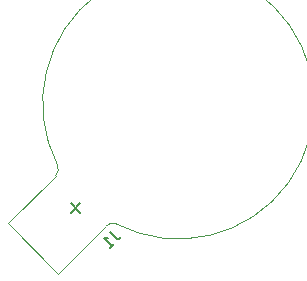
<source format=gbr>
G04 #@! TF.GenerationSoftware,KiCad,Pcbnew,(5.1.2)-1*
G04 #@! TF.CreationDate,2019-08-24T00:01:25+03:00*
G04 #@! TF.ProjectId,PomodoroTomatoTimer,506f6d6f-646f-4726-9f54-6f6d61746f54,rev?*
G04 #@! TF.SameCoordinates,Original*
G04 #@! TF.FileFunction,Legend,Bot*
G04 #@! TF.FilePolarity,Positive*
%FSLAX46Y46*%
G04 Gerber Fmt 4.6, Leading zero omitted, Abs format (unit mm)*
G04 Created by KiCad (PCBNEW (5.1.2)-1) date 2019-08-24 00:01:25*
%MOMM*%
%LPD*%
G04 APERTURE LIST*
%ADD10C,0.120000*%
%ADD11C,0.150000*%
G04 APERTURE END LIST*
D10*
X149464708Y-79199329D02*
G75*
G03X131086330Y-92563922I-8160685J-8096648D01*
G01*
X131068915Y-92544026D02*
G75*
G02X130909553Y-93447806I-725047J-338094D01*
G01*
X149400671Y-79135292D02*
G75*
G02X136036078Y-97513670I-8096648J-8160685D01*
G01*
X136055974Y-97531085D02*
G75*
G03X135152194Y-97690447I-338094J-725047D01*
G01*
X131121685Y-101720955D02*
X135152194Y-97690447D01*
X126879045Y-97478315D02*
X131121685Y-101720955D01*
X126879045Y-97478315D02*
X130909553Y-93447806D01*
D11*
X135484477Y-98183072D02*
X135989553Y-98688148D01*
X136124240Y-98755492D01*
X136258927Y-98755492D01*
X136393614Y-98688148D01*
X136460957Y-98620805D01*
X135484477Y-99597286D02*
X135888538Y-99193225D01*
X135686507Y-99395255D02*
X134979400Y-98688148D01*
X135147759Y-98721820D01*
X135282446Y-98721820D01*
X135383461Y-98688148D01*
X132980366Y-95771156D02*
X132172244Y-96579278D01*
X132980366Y-96579278D02*
X132172244Y-95771156D01*
M02*

</source>
